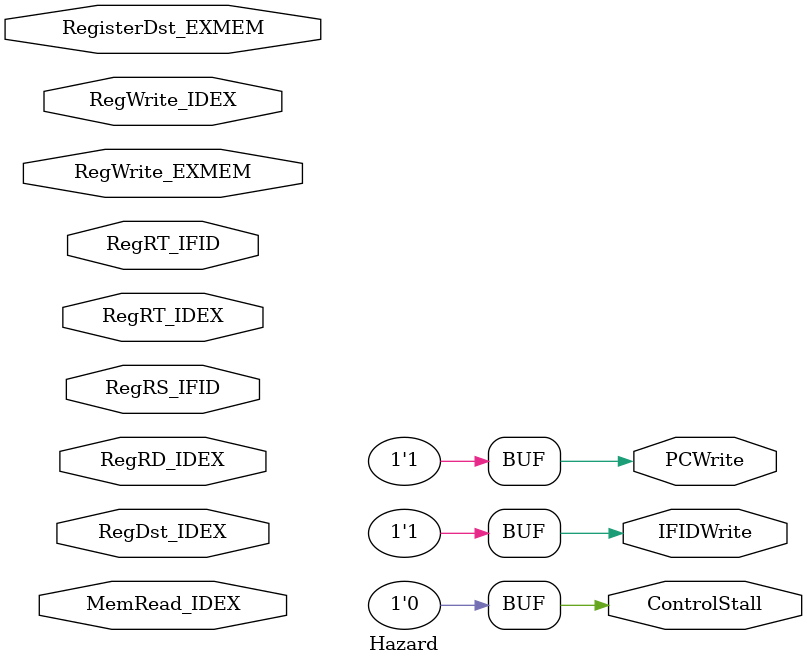
<source format=v>
`timescale 1ns / 1ps


module Hazard(
    // --- Entradas ---

    RegRS_IFID, RegRT_IFID,       // Registros fuente en la etapa IF/ID
    RegRT_IDEX, RegRD_IDEX,       // Registros en la etapa ID/EX
    MemRead_IDEX,   // Señales de control en ID/EX
    RegDst_IDEX,                  // Selección del registro destino en ID/EX
    ControlStall,
    RegWrite_IDEX,
    RegWrite_EXMEM,
    RegisterDst_EXMEM,
    // --- Salidas ---  
    PCWrite, IFIDWrite            // Señales de control para manejar peligros
);

    //--------------------------------
    // Entradas
    //--------------------------------
    input RegWrite_EXMEM,MemRead_IDEX, RegWrite_IDEX;   // Señales de control para lectura y escritura
    input [1:0] RegDst_IDEX;             // Selección del registro destino en la etapa ID/EX
    input [4:0] RegisterDst_EXMEM,RegRS_IFID, RegRT_IFID;  // Registros fuente en la etapa IF/ID
    input [4:0] RegRT_IDEX, RegRD_IDEX;  // Registros destino en la etapa ID/EX

    //--------------------------------
    // Salidas
    //--------------------------------
    output reg PCWrite, IFIDWrite , ControlStall ;       // Señales para detener la ejecución (stalls)

    //--------------------------------
    // Inicialización de salidas
    //--------------------------------
    initial begin
        PCWrite   <= 1'b1;  // Inicialmente, permitir que el PC avance
        IFIDWrite <= 1'b1;  // Inicialmente, permitir que el pipeline avance
        ControlStall <= 1'b0;
    end
    
    //--------------------------------
    // Lógica de detección de peligros
    //--------------------------------
    always @(*) begin

        // Caso 1: Peligro de datos de carga (Load-Use Hazard)
        // Ocurre cuando una instrucción `lw` en la etapa ID/EX tiene como destino
        // un registro que se está utilizando en la etapa IF/ID.
      /*  if (MemRead_IDEX && 
           ((RegDst_IDEX == 2'b00 && ((RegRT_IDEX == RegRS_IFID) || (RegRT_IDEX == RegRT_IFID))) || 
            (RegDst_IDEX == 2'b01 && ((RegRD_IDEX == RegRS_IFID) || (RegRD_IDEX == RegRT_IFID))))) begin

                $display("PROBLEMAAAAAAAAAAAAAAAAAAAAAAAA! con valores:");
                $display("MemRead_IDEX = %b", MemRead_IDEX);
                $display("RegDst_IDEX = %b", RegDst_IDEX);
                $display("RegRT_IDEX = %b, RegRS_IFID = %b, RegRT_IFID = %b", RegRT_IDEX, RegRS_IFID, RegRT_IFID);
                $display("RegRD_IDEX = %b", RegRD_IDEX);
                $display("Condicion 1: %b", (RegDst_IDEX == 2'b00 && ((RegRT_IDEX == RegRS_IFID) || (RegRT_IDEX == RegRT_IFID)))); //ACA ESTA
                $display("Condicion 2: %b", (RegDst_IDEX == 2'b01 && ((RegRD_IDEX == RegRS_IFID) || (RegRD_IDEX == RegRT_IFID))));
        
            
            PCWrite   <= 1'b0;  // Detener la actualización del PC
            IFIDWrite <= 1'b0;  // Detener la actualización del registro IF/ID
            ControlStall <= 1'b1;
        end 
        else begin */
            // Caso por defecto: No hay peligro detectado.
            // Permitir que el pipeline avance normalmente.
            PCWrite   <= 1'b1;  // Permitir la actualización del PC
            IFIDWrite <= 1'b1;  // Permitir la actualización del registro IF/ID
            ControlStall <= 1'b0;
        //end

    end

endmodule

</source>
